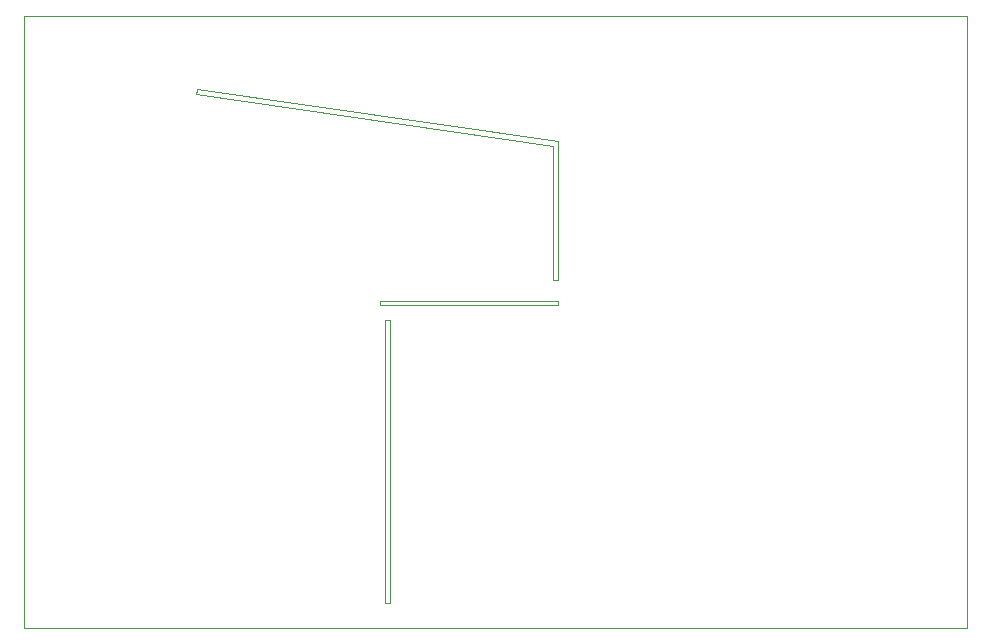
<source format=gbr>
%TF.GenerationSoftware,KiCad,Pcbnew,7.0.8*%
%TF.CreationDate,2024-02-01T01:06:35+05:30*%
%TF.ProjectId,WemosD1Mini-8266,57656d6f-7344-4314-9d69-6e692d383236,rev?*%
%TF.SameCoordinates,Original*%
%TF.FileFunction,Profile,NP*%
%FSLAX46Y46*%
G04 Gerber Fmt 4.6, Leading zero omitted, Abs format (unit mm)*
G04 Created by KiCad (PCBNEW 7.0.8) date 2024-02-01 01:06:35*
%MOMM*%
%LPD*%
G01*
G04 APERTURE LIST*
%TA.AperFunction,Profile*%
%ADD10C,0.100000*%
%TD*%
G04 APERTURE END LIST*
D10*
X111710000Y-54370000D02*
X111770000Y-66150000D01*
X111340000Y-66150000D01*
X111320000Y-54770000D01*
X81110000Y-50390000D01*
X81150000Y-50040000D01*
X81200000Y-50000000D01*
X111710000Y-54370000D01*
X96685000Y-67870000D02*
X111735000Y-67870000D01*
X111735000Y-68240000D01*
X96685000Y-68240000D01*
X96685000Y-67870000D01*
X66552500Y-43760000D02*
X146412500Y-43760000D01*
X146412500Y-95600000D01*
X66552500Y-95600000D01*
X66552500Y-43760000D01*
X97080000Y-69530000D02*
X97490000Y-69530000D01*
X97490000Y-93520000D01*
X97080000Y-93520000D01*
X97080000Y-69530000D01*
M02*

</source>
